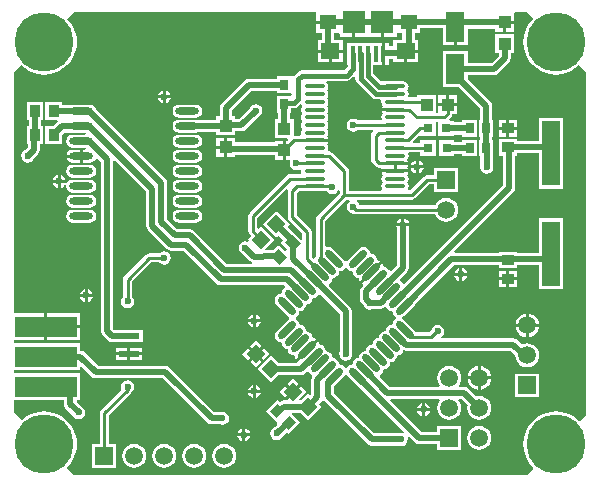
<source format=gbl>
G04*
G04 #@! TF.GenerationSoftware,Altium Limited,Altium Designer,19.0.15 (446)*
G04*
G04 Layer_Physical_Order=2*
G04 Layer_Color=16711680*
%FSLAX25Y25*%
%MOIN*%
G70*
G01*
G75*
%ADD12C,0.01000*%
%ADD31R,0.03937X0.03543*%
%ADD37R,0.03150X0.03150*%
%ADD40R,0.04331X0.04331*%
%ADD43C,0.02000*%
%ADD44C,0.05906*%
%ADD45R,0.05906X0.05906*%
%ADD46R,0.05906X0.05906*%
%ADD47C,0.19685*%
%ADD48C,0.02362*%
%ADD49R,0.21000X0.07000*%
G04:AMPARAMS|DCode=50|XSize=35.43mil|YSize=31.5mil|CornerRadius=0mil|HoleSize=0mil|Usage=FLASHONLY|Rotation=225.000|XOffset=0mil|YOffset=0mil|HoleType=Round|Shape=Rectangle|*
%AMROTATEDRECTD50*
4,1,4,0.00139,0.02366,0.02366,0.00139,-0.00139,-0.02366,-0.02366,-0.00139,0.00139,0.02366,0.0*
%
%ADD50ROTATEDRECTD50*%

%ADD51P,0.06125X4X270.0*%
%ADD52P,0.06125X4X360.0*%
G04:AMPARAMS|DCode=53|XSize=39.37mil|YSize=35.43mil|CornerRadius=0mil|HoleSize=0mil|Usage=FLASHONLY|Rotation=135.000|XOffset=0mil|YOffset=0mil|HoleType=Round|Shape=Rectangle|*
%AMROTATEDRECTD53*
4,1,4,0.02645,-0.00139,0.00139,-0.02645,-0.02645,0.00139,-0.00139,0.02645,0.02645,-0.00139,0.0*
%
%ADD53ROTATEDRECTD53*%

%ADD54R,0.02756X0.03740*%
%ADD55R,0.03543X0.03937*%
%ADD56O,0.07874X0.02362*%
%ADD57O,0.07087X0.01378*%
%ADD58R,0.06299X0.10236*%
%ADD59R,0.04331X0.04331*%
%ADD60R,0.02756X0.03543*%
%ADD61R,0.06693X0.01968*%
%ADD62R,0.07087X0.01968*%
%ADD63R,0.05906X0.21654*%
G04:AMPARAMS|DCode=64|XSize=23.62mil|YSize=76.77mil|CornerRadius=0mil|HoleSize=0mil|Usage=FLASHONLY|Rotation=225.000|XOffset=0mil|YOffset=0mil|HoleType=Round|Shape=Round|*
%AMOVALD64*
21,1,0.05315,0.02362,0.00000,0.00000,315.0*
1,1,0.02362,-0.01879,0.01879*
1,1,0.02362,0.01879,-0.01879*
%
%ADD64OVALD64*%

G04:AMPARAMS|DCode=65|XSize=23.62mil|YSize=76.77mil|CornerRadius=0mil|HoleSize=0mil|Usage=FLASHONLY|Rotation=135.000|XOffset=0mil|YOffset=0mil|HoleType=Round|Shape=Round|*
%AMOVALD65*
21,1,0.05315,0.02362,0.00000,0.00000,225.0*
1,1,0.02362,0.01879,0.01879*
1,1,0.02362,-0.01879,-0.01879*
%
%ADD65OVALD65*%

%ADD66R,0.03150X0.03150*%
%ADD67R,0.01575X0.05315*%
%ADD68R,0.06299X0.05512*%
%ADD69R,0.05709X0.05118*%
%ADD70R,0.07480X0.07480*%
%ADD71C,0.01500*%
G36*
X289818Y422879D02*
X289809Y422690D01*
X288701Y421393D01*
X287809Y419938D01*
X287156Y418361D01*
X286758Y416701D01*
X286624Y415000D01*
X286758Y413299D01*
X287156Y411639D01*
X287809Y410062D01*
X288701Y408607D01*
X289809Y407309D01*
X291107Y406201D01*
X292562Y405309D01*
X294139Y404656D01*
X295799Y404258D01*
X297500Y404124D01*
X299201Y404258D01*
X300861Y404656D01*
X302438Y405309D01*
X303893Y406201D01*
X305086Y407220D01*
X307499Y404745D01*
X307499Y290513D01*
X305698Y288665D01*
X305198Y288681D01*
X305190Y288690D01*
X303893Y289799D01*
X302438Y290691D01*
X300861Y291344D01*
X299201Y291742D01*
X297500Y291876D01*
X295799Y291742D01*
X294139Y291344D01*
X292562Y290691D01*
X291107Y289799D01*
X289809Y288690D01*
X288701Y287393D01*
X287809Y285938D01*
X287156Y284361D01*
X286758Y282701D01*
X286624Y281000D01*
X286758Y279299D01*
X287156Y277639D01*
X287809Y276062D01*
X288701Y274607D01*
X289809Y273309D01*
X290038Y273114D01*
X290061Y272615D01*
X288000Y270500D01*
X137000Y270500D01*
X134672Y272945D01*
X134690Y273309D01*
X135799Y274607D01*
X136691Y276062D01*
X137344Y277639D01*
X137742Y279299D01*
X137876Y281000D01*
X137742Y282701D01*
X137344Y284361D01*
X136691Y285938D01*
X135799Y287393D01*
X134690Y288690D01*
X133393Y289799D01*
X131938Y290691D01*
X130361Y291344D01*
X128701Y291742D01*
X127000Y291876D01*
X125299Y291742D01*
X123639Y291344D01*
X122062Y290691D01*
X120607Y289799D01*
X119511Y288863D01*
X117000Y291500D01*
Y295555D01*
X133430D01*
Y294457D01*
X133585Y293676D01*
X134027Y293015D01*
X136365Y290676D01*
X136371Y290649D01*
X136853Y289928D01*
X137574Y289445D01*
X138425Y289276D01*
X139276Y289445D01*
X139998Y289928D01*
X140480Y290649D01*
X140649Y291500D01*
X140480Y292351D01*
X139998Y293073D01*
X139276Y293555D01*
X139249Y293560D01*
X137754Y295055D01*
X137961Y295555D01*
X139000D01*
Y304555D01*
X117000D01*
Y305555D01*
X139000D01*
Y306562D01*
X139462Y306753D01*
X142657Y303558D01*
X143319Y303116D01*
X144099Y302961D01*
X166479D01*
X181334Y288105D01*
X181996Y287663D01*
X182776Y287508D01*
X182776Y287508D01*
X185480D01*
X185503Y287493D01*
X186354Y287323D01*
X187205Y287493D01*
X187927Y287975D01*
X188409Y288696D01*
X188578Y289547D01*
X188409Y290398D01*
X187927Y291120D01*
X187205Y291602D01*
X186354Y291771D01*
X185503Y291602D01*
X185480Y291586D01*
X183621D01*
X168765Y306442D01*
X168104Y306884D01*
X167324Y307039D01*
X144944D01*
X140486Y311497D01*
X139825Y311939D01*
X139044Y312094D01*
X139000D01*
Y314555D01*
X117000D01*
Y315555D01*
X127000D01*
Y320055D01*
Y324555D01*
X117000D01*
Y405000D01*
X118966Y406966D01*
X119309Y407309D01*
X120607Y406201D01*
X122062Y405309D01*
X123639Y404656D01*
X125299Y404258D01*
X127000Y404124D01*
X128701Y404258D01*
X130361Y404656D01*
X131938Y405309D01*
X133393Y406201D01*
X134690Y407309D01*
X135799Y408607D01*
X136691Y410062D01*
X137344Y411639D01*
X137742Y413299D01*
X137876Y415000D01*
X137742Y416701D01*
X137344Y418361D01*
X136691Y419938D01*
X135799Y421393D01*
X134690Y422690D01*
X135044Y423044D01*
X137000Y425000D01*
X217602D01*
Y422031D01*
X221457D01*
Y421032D01*
X217602D01*
Y417973D01*
X219418D01*
Y415642D01*
X218193D01*
Y412386D01*
X226492D01*
Y415642D01*
X223496D01*
Y417973D01*
X225311D01*
X225476Y417541D01*
Y416791D01*
X229716D01*
Y421531D01*
X230716D01*
Y416791D01*
X239165D01*
Y421531D01*
X240165D01*
Y416791D01*
X244406D01*
Y417541D01*
X244571Y417973D01*
X246386D01*
Y415642D01*
X243390D01*
Y413482D01*
X241846D01*
Y414657D01*
X240559D01*
Y411000D01*
Y407342D01*
X241846D01*
Y409404D01*
X243390D01*
Y408130D01*
X247039D01*
Y411886D01*
X247539D01*
Y412386D01*
X251689D01*
Y415642D01*
X250464D01*
Y417973D01*
X252279D01*
Y419492D01*
X259850D01*
Y413969D01*
X263500D01*
Y420087D01*
X264500D01*
Y413969D01*
X268150D01*
Y419425D01*
X277335D01*
Y418299D01*
X280000D01*
Y421464D01*
X280500D01*
Y421965D01*
X283665D01*
Y424630D01*
X283979Y425000D01*
X287750D01*
X289818Y422879D01*
D02*
G37*
%LPC*%
G36*
X283665Y420964D02*
X281000D01*
Y418299D01*
X283665D01*
Y420964D01*
D02*
G37*
G36*
X251689Y411386D02*
X248039D01*
Y408130D01*
X251689D01*
Y411386D01*
D02*
G37*
G36*
X226492Y411386D02*
X222843D01*
Y408130D01*
X226492D01*
Y411386D01*
D02*
G37*
G36*
X221843D02*
X218193D01*
Y408130D01*
X221843D01*
Y411386D01*
D02*
G37*
G36*
X283665Y417543D02*
X277335D01*
Y411213D01*
X278461D01*
Y410345D01*
X276069Y407953D01*
X268150D01*
Y412032D01*
X259850D01*
Y399795D01*
X265266D01*
X272217Y392844D01*
Y388921D01*
X271878D01*
Y383378D01*
X272217D01*
Y382421D01*
X271878D01*
Y376878D01*
X272392D01*
Y373854D01*
X272276Y373275D01*
X272445Y372424D01*
X272927Y371702D01*
X273649Y371220D01*
X274500Y371051D01*
X275351Y371220D01*
X276073Y371702D01*
X276555Y372424D01*
X276724Y373275D01*
X276555Y374126D01*
X276470Y374252D01*
Y376878D01*
X276634D01*
Y382421D01*
X276295D01*
Y383378D01*
X276634D01*
Y388921D01*
X276295D01*
Y393689D01*
X276140Y394469D01*
X275698Y395131D01*
X268150Y402679D01*
Y403874D01*
X276913D01*
X277694Y404029D01*
X278355Y404471D01*
X281942Y408058D01*
X282384Y408720D01*
X282539Y409500D01*
Y411213D01*
X283665D01*
Y417543D01*
D02*
G37*
G36*
X167500Y398812D02*
Y397187D01*
X169124D01*
X169054Y397538D01*
X168572Y398260D01*
X167851Y398742D01*
X167500Y398812D01*
D02*
G37*
G36*
X166500D02*
X166149Y398742D01*
X165427Y398260D01*
X164945Y397538D01*
X164876Y397187D01*
X166500D01*
Y398812D01*
D02*
G37*
G36*
X169124Y396187D02*
X167500D01*
Y394563D01*
X167851Y394633D01*
X168572Y395115D01*
X169054Y395836D01*
X169124Y396187D01*
D02*
G37*
G36*
X166500D02*
X164876D01*
X164945Y395836D01*
X165427Y395115D01*
X166149Y394633D01*
X166500Y394563D01*
Y396187D01*
D02*
G37*
G36*
X264709Y397165D02*
X262043D01*
Y394500D01*
X264709D01*
Y397165D01*
D02*
G37*
G36*
X261043D02*
X258378D01*
Y394500D01*
X261043D01*
Y397165D01*
D02*
G37*
G36*
X177472Y394123D02*
X171961D01*
X171110Y393953D01*
X170388Y393471D01*
X169906Y392750D01*
X169737Y391899D01*
X169906Y391048D01*
X170388Y390326D01*
X171110Y389844D01*
X171961Y389675D01*
X177472D01*
X178323Y389844D01*
X179045Y390326D01*
X179527Y391048D01*
X179696Y391899D01*
X179527Y392750D01*
X179045Y393471D01*
X178323Y393953D01*
X177472Y394123D01*
D02*
G37*
G36*
X239559Y414657D02*
X228035D01*
Y407342D01*
X228076D01*
Y406599D01*
X227046Y405570D01*
X212785D01*
X212103Y405434D01*
X211524Y405047D01*
X211524Y405047D01*
X210238Y403762D01*
X210137Y403610D01*
X209458Y403478D01*
X209378Y403532D01*
Y403618D01*
X204622D01*
Y402787D01*
X195248D01*
X194468Y402632D01*
X193806Y402190D01*
X186058Y394442D01*
X185616Y393780D01*
X185461Y393000D01*
Y390209D01*
X184335D01*
Y389007D01*
X178052D01*
X177472Y389123D01*
X171961D01*
X171110Y388953D01*
X170388Y388471D01*
X169906Y387750D01*
X169737Y386899D01*
X169906Y386048D01*
X170388Y385326D01*
X171110Y384844D01*
X171961Y384675D01*
X177472D01*
X178323Y384844D01*
X178450Y384929D01*
X184335D01*
Y383878D01*
X190665D01*
Y385177D01*
X192665D01*
X193446Y385333D01*
X194107Y385775D01*
X198324Y389991D01*
X198351Y389997D01*
X199073Y390479D01*
X199555Y391200D01*
X199724Y392051D01*
X199555Y392902D01*
X199073Y393624D01*
X198351Y394106D01*
X197500Y394275D01*
X196649Y394106D01*
X195928Y393624D01*
X195446Y392902D01*
X195440Y392875D01*
X191821Y389256D01*
X190665D01*
Y390209D01*
X189539D01*
Y392155D01*
X196093Y398709D01*
X204622D01*
Y397878D01*
X209216D01*
X209378Y397878D01*
X209716Y397518D01*
Y397482D01*
X209378Y397122D01*
X204622D01*
Y391382D01*
X204961D01*
Y389209D01*
X203835D01*
Y382878D01*
X207951D01*
X208161Y382401D01*
X207937Y382122D01*
X207500D01*
Y378957D01*
Y375791D01*
X208710D01*
X208884Y375466D01*
X208934Y375291D01*
X208776Y374500D01*
X208945Y373649D01*
X209427Y372927D01*
X210149Y372445D01*
X211000Y372276D01*
X211851Y372445D01*
X212161Y372653D01*
X212611Y372352D01*
X212538Y371984D01*
X212643Y371455D01*
X212361Y370955D01*
X208925D01*
X208340Y370838D01*
X207844Y370507D01*
X195419Y358081D01*
X195087Y357585D01*
X194971Y357000D01*
Y351958D01*
X195087Y351373D01*
X195419Y350876D01*
X196017Y350278D01*
X194860Y349121D01*
X195160Y348822D01*
X194851Y348427D01*
X194000Y348596D01*
X193149Y348427D01*
X192428Y347944D01*
X191946Y347223D01*
X191776Y346372D01*
X191946Y345521D01*
X192428Y344799D01*
X193149Y344318D01*
X193176Y344312D01*
X195515Y341974D01*
X196176Y341532D01*
X196366Y341494D01*
X196317Y340994D01*
X187890D01*
X176942Y351942D01*
X176280Y352384D01*
X175500Y352539D01*
X171345D01*
X168039Y355845D01*
Y367938D01*
X167884Y368718D01*
X167442Y369380D01*
X144099Y392723D01*
X144094Y392750D01*
X143612Y393471D01*
X142890Y393953D01*
X142039Y394123D01*
X136528D01*
X135677Y393953D01*
X135653Y393938D01*
X132921D01*
Y394867D01*
X127378D01*
Y388930D01*
X131383D01*
X131535Y388430D01*
X131297Y388271D01*
X130037Y387012D01*
X127378D01*
Y381075D01*
X132921D01*
Y384128D01*
X133583Y384790D01*
X135948D01*
X136528Y384675D01*
X140966D01*
X141001Y384623D01*
X140734Y384122D01*
X136528D01*
X135677Y383953D01*
X134955Y383471D01*
X134473Y382750D01*
X134304Y381899D01*
X134473Y381048D01*
X134955Y380326D01*
X135677Y379844D01*
X136528Y379675D01*
X140966D01*
X141001Y379623D01*
X140734Y379122D01*
X139783D01*
Y376899D01*
Y374675D01*
X142039D01*
X142890Y374844D01*
X143612Y375326D01*
X144094Y376048D01*
X144142Y376289D01*
X144620Y376434D01*
X145961Y375093D01*
Y318500D01*
X146116Y317720D01*
X146558Y317058D01*
X148090Y315527D01*
X148751Y315085D01*
X149531Y314929D01*
X155220D01*
X155299Y314914D01*
X155575Y314968D01*
X159843D01*
Y318937D01*
X155639D01*
X155283Y319008D01*
X150376D01*
X150039Y319345D01*
Y375308D01*
X150539Y375515D01*
X160961Y365093D01*
Y353757D01*
X161116Y352977D01*
X161558Y352315D01*
X167937Y345937D01*
X168598Y345495D01*
X169379Y345339D01*
X169379Y345339D01*
X173534D01*
X184361Y334513D01*
X184361Y334513D01*
X185022Y334071D01*
X185803Y333915D01*
X185803Y333915D01*
X206824D01*
X207177Y333525D01*
X207100Y333022D01*
X206641Y332715D01*
X206159Y331994D01*
X206087Y331629D01*
X205987Y331142D01*
X205500Y331043D01*
X205136Y330970D01*
X204414Y330488D01*
X203932Y329767D01*
X203763Y328916D01*
X203932Y328065D01*
X204414Y327343D01*
X208172Y323585D01*
X208598Y323301D01*
Y322699D01*
X208172Y322415D01*
X204414Y318657D01*
X203932Y317935D01*
X203763Y317084D01*
X203932Y316233D01*
X204414Y315512D01*
X205136Y315030D01*
X205500Y314957D01*
X205987Y314858D01*
X206087Y314370D01*
X206159Y314006D01*
X206641Y313285D01*
X207363Y312803D01*
X207727Y312730D01*
X208214Y312631D01*
X208314Y312143D01*
X208386Y311779D01*
X208868Y311057D01*
X209590Y310576D01*
X209954Y310503D01*
X210441Y310403D01*
X210541Y309916D01*
X210613Y309552D01*
X210812Y309254D01*
X214194Y312636D01*
X217575Y316017D01*
X217277Y316216D01*
X216913Y316288D01*
X216426Y316388D01*
X216326Y316875D01*
X216254Y317239D01*
X215772Y317961D01*
X215050Y318443D01*
X214686Y318515D01*
X214198Y318615D01*
X214099Y319102D01*
X214026Y319466D01*
X213544Y320188D01*
X212823Y320670D01*
X212459Y320742D01*
X211971Y320842D01*
X211872Y321329D01*
X211799Y321693D01*
X211317Y322415D01*
X210892Y322699D01*
Y323301D01*
X211317Y323585D01*
X211799Y324307D01*
X211872Y324671D01*
X211971Y325158D01*
X212459Y325258D01*
X212823Y325330D01*
X213544Y325812D01*
X214026Y326534D01*
X214099Y326898D01*
X214198Y327385D01*
X214686Y327485D01*
X215050Y327557D01*
X215772Y328039D01*
X216254Y328761D01*
X216326Y329125D01*
X216426Y329612D01*
X216913Y329712D01*
X217277Y329784D01*
X217999Y330266D01*
X218344Y330784D01*
X218934Y330901D01*
X225461Y324375D01*
Y311874D01*
X225445Y311851D01*
X225276Y311000D01*
X225445Y310149D01*
X225927Y309427D01*
X226649Y308945D01*
X227500Y308776D01*
X228351Y308945D01*
X229072Y309427D01*
X229555Y310149D01*
X229724Y311000D01*
X229555Y311851D01*
X229539Y311874D01*
Y325219D01*
X229384Y326000D01*
X228942Y326661D01*
X221818Y333785D01*
X221935Y334375D01*
X222453Y334721D01*
X222935Y335442D01*
X223007Y335806D01*
X223107Y336294D01*
X223594Y336393D01*
X223958Y336466D01*
X224680Y336948D01*
X225162Y337669D01*
X225235Y338034D01*
X225334Y338521D01*
X225821Y338620D01*
X226186Y338693D01*
X226907Y339175D01*
X227191Y339600D01*
X227793D01*
X228077Y339175D01*
X228799Y338693D01*
X229163Y338620D01*
X229650Y338521D01*
X229750Y338034D01*
X229822Y337669D01*
X230304Y336948D01*
X231026Y336466D01*
X231390Y336393D01*
X231877Y336294D01*
X231977Y335806D01*
X232049Y335442D01*
X232248Y335144D01*
X235629Y338526D01*
X239011Y341907D01*
X238713Y342106D01*
X238349Y342178D01*
X237861Y342278D01*
X237762Y342765D01*
X237689Y343129D01*
X237208Y343851D01*
X236486Y344333D01*
X236122Y344405D01*
X235634Y344505D01*
X235535Y344992D01*
X235462Y345356D01*
X234980Y346078D01*
X234259Y346560D01*
X233408Y346729D01*
X232557Y346560D01*
X231835Y346078D01*
X228077Y342320D01*
X227793Y341894D01*
X227191D01*
X226907Y342320D01*
X223149Y346078D01*
X222427Y346560D01*
X221576Y346729D01*
X221125Y346639D01*
X220625Y347048D01*
Y355368D01*
X227634Y362377D01*
X228731D01*
X228883Y361877D01*
X228428Y361573D01*
X227945Y360851D01*
X227776Y360000D01*
X227945Y359149D01*
X228428Y358428D01*
X229149Y357945D01*
X230000Y357776D01*
X230101Y357796D01*
X230415Y357587D01*
X231000Y357471D01*
X257308D01*
X257500Y357007D01*
X258134Y356181D01*
X258959Y355547D01*
X259921Y355149D01*
X260953Y355013D01*
X261985Y355149D01*
X262946Y355547D01*
X263772Y356181D01*
X264405Y357007D01*
X264804Y357968D01*
X264940Y359000D01*
X264804Y360032D01*
X264405Y360993D01*
X263772Y361819D01*
X262946Y362453D01*
X261985Y362851D01*
X260953Y362987D01*
X259921Y362851D01*
X258959Y362453D01*
X258134Y361819D01*
X257500Y360993D01*
X257308Y360529D01*
X232119D01*
X232055Y360851D01*
X231573Y361573D01*
X231117Y361877D01*
X231269Y362377D01*
X249446D01*
X250031Y362493D01*
X250527Y362825D01*
X255173Y367471D01*
X257000D01*
Y365047D01*
X264906D01*
Y372953D01*
X257000D01*
Y370529D01*
X254539D01*
X253954Y370413D01*
X253458Y370081D01*
X248875Y365498D01*
X248393Y365543D01*
X248175Y365973D01*
X248331Y366207D01*
X248462Y366866D01*
X248331Y367525D01*
X248179Y367754D01*
X247988Y368146D01*
X248179Y368538D01*
X248331Y368766D01*
X248462Y369425D01*
X248331Y370084D01*
X248179Y370313D01*
X247988Y370705D01*
X248179Y371097D01*
X248331Y371325D01*
X248363Y371484D01*
X243886D01*
X239409D01*
X239440Y371325D01*
X239593Y371097D01*
X239784Y370705D01*
X239593Y370313D01*
X239440Y370084D01*
X239309Y369425D01*
X239440Y368766D01*
X239593Y368538D01*
X239784Y368146D01*
X239593Y367754D01*
X239440Y367525D01*
X239309Y366866D01*
X239440Y366207D01*
X239622Y365936D01*
X239355Y365436D01*
X228529D01*
Y372000D01*
X228413Y372585D01*
X228081Y373081D01*
X223051Y378112D01*
X222555Y378443D01*
X221970Y378559D01*
X221794D01*
X221612Y378899D01*
X221571Y379060D01*
X221691Y379661D01*
X221560Y380320D01*
X221407Y380549D01*
X221216Y380941D01*
X221407Y381333D01*
X221560Y381561D01*
X221591Y381720D01*
X217114D01*
Y382720D01*
X221591D01*
X221560Y382879D01*
X221407Y383108D01*
X221216Y383500D01*
X221407Y383892D01*
X221560Y384120D01*
X221691Y384780D01*
X221560Y385438D01*
X221407Y385667D01*
X221216Y386059D01*
X221407Y386451D01*
X221560Y386680D01*
X221691Y387339D01*
X221560Y387998D01*
X221407Y388226D01*
X221216Y388618D01*
X221407Y389010D01*
X221560Y389239D01*
X221691Y389898D01*
X221560Y390557D01*
X221407Y390785D01*
X221216Y391177D01*
X221407Y391569D01*
X221560Y391798D01*
X221691Y392457D01*
X221560Y393116D01*
X221407Y393344D01*
X221216Y393736D01*
X221407Y394128D01*
X221560Y394357D01*
X221691Y395016D01*
X221560Y395675D01*
X221407Y395903D01*
X221216Y396295D01*
X221407Y396687D01*
X221560Y396916D01*
X221691Y397575D01*
X221560Y398234D01*
X221407Y398462D01*
X221216Y398854D01*
X221407Y399246D01*
X221560Y399475D01*
X221691Y400134D01*
X221560Y400793D01*
X221186Y401351D01*
X220962Y401501D01*
X221114Y402001D01*
X227785D01*
X228468Y402137D01*
X229047Y402524D01*
X230165Y403642D01*
X230627Y403450D01*
Y402750D01*
X230763Y402067D01*
X231150Y401488D01*
X236295Y396343D01*
X236295Y396343D01*
X236874Y395956D01*
X237557Y395820D01*
X238982D01*
X239370Y395320D01*
X239309Y395016D01*
X239440Y394357D01*
X239593Y394128D01*
X239784Y393736D01*
X239593Y393344D01*
X239440Y393116D01*
X239409Y392957D01*
X243886D01*
Y391957D01*
X239409D01*
X239440Y391798D01*
X239593Y391569D01*
X239784Y391177D01*
X239593Y390785D01*
X239440Y390557D01*
X239309Y389898D01*
X239426Y389312D01*
X239240Y388863D01*
X239212Y388812D01*
X231553D01*
X230851Y389281D01*
X230000Y389450D01*
X229149Y389281D01*
X228428Y388799D01*
X227945Y388077D01*
X227776Y387226D01*
X227945Y386375D01*
X228428Y385654D01*
X229149Y385172D01*
X230000Y385002D01*
X230851Y385172D01*
X231573Y385654D01*
X231639Y385753D01*
X236596D01*
X236788Y385291D01*
X236328Y384831D01*
X235997Y384335D01*
X235880Y383750D01*
Y375765D01*
X235997Y375180D01*
X236328Y374684D01*
X237550Y373462D01*
X238046Y373130D01*
X238632Y373014D01*
X239133D01*
X239415Y372514D01*
X239409Y372484D01*
X243886D01*
X248363D01*
X248331Y372643D01*
X248179Y372872D01*
X247988Y373264D01*
X248179Y373656D01*
X248331Y373884D01*
X248363Y374043D01*
X243886D01*
Y375043D01*
X248363D01*
X248331Y375202D01*
X247958Y375761D01*
Y375885D01*
X248331Y376443D01*
X248462Y377102D01*
X248357Y377632D01*
X248639Y378132D01*
X252276D01*
Y377075D01*
X257425D01*
Y382224D01*
X252276D01*
Y381191D01*
X250061D01*
X249854Y381691D01*
X252010Y383848D01*
X252472Y383656D01*
Y383575D01*
X257622D01*
Y388368D01*
X258378D01*
Y383575D01*
X263528D01*
Y384110D01*
X266366D01*
Y383378D01*
X271122D01*
Y388921D01*
X266366D01*
Y388189D01*
X263528D01*
Y388724D01*
X262094D01*
X261887Y389224D01*
X262625Y389962D01*
X262956Y390458D01*
X263031Y390835D01*
X264709D01*
Y393500D01*
X261543D01*
X258378D01*
Y391427D01*
X257622D01*
Y397165D01*
X251291D01*
Y396545D01*
X248639D01*
X248357Y397045D01*
X248462Y397575D01*
X248331Y398234D01*
X248179Y398462D01*
X247988Y398854D01*
X248179Y399246D01*
X248331Y399475D01*
X248462Y400134D01*
X248331Y400793D01*
X247958Y401351D01*
X247399Y401725D01*
X246740Y401856D01*
X244199D01*
X243886Y401918D01*
X243737Y401889D01*
X239332D01*
X236696Y404525D01*
Y407342D01*
X239559D01*
Y411000D01*
Y414657D01*
D02*
G37*
G36*
X284469Y388921D02*
X282000D01*
Y386650D01*
X284469D01*
Y388921D01*
D02*
G37*
G36*
X281000D02*
X278532D01*
Y386650D01*
X281000D01*
Y388921D01*
D02*
G37*
G36*
X284469Y385650D02*
X282000D01*
Y383378D01*
X284469D01*
Y385650D01*
D02*
G37*
G36*
X281000D02*
X278532D01*
Y383378D01*
X281000D01*
Y385650D01*
D02*
G37*
G36*
X299953Y389721D02*
X292047D01*
Y381890D01*
X284469D01*
Y382622D01*
X278532D01*
Y377079D01*
X279961D01*
Y367217D01*
X247052Y334308D01*
X246462Y334425D01*
X246116Y334942D01*
X245598Y335288D01*
X245481Y335878D01*
X247942Y338339D01*
X248384Y339000D01*
X248539Y339781D01*
X248539Y339781D01*
Y353126D01*
X248555Y353149D01*
X248624Y353500D01*
X244376D01*
X244445Y353149D01*
X244461Y353126D01*
Y340625D01*
X242597Y338762D01*
X242007Y338879D01*
X241662Y339397D01*
X240940Y339879D01*
X240576Y339951D01*
X240089Y340051D01*
X239989Y340538D01*
X239917Y340902D01*
X239718Y341200D01*
X236336Y337819D01*
X232955Y334437D01*
X233108Y334335D01*
X233248Y333769D01*
X232807Y333328D01*
X232365Y332667D01*
X232210Y331886D01*
Y329251D01*
X232365Y328470D01*
X232807Y327809D01*
X233440Y327176D01*
X233445Y327149D01*
X233927Y326428D01*
X234649Y325945D01*
X235500Y325776D01*
X236351Y325945D01*
X236478Y326030D01*
X239145D01*
X239925Y326185D01*
X240448Y326535D01*
X240590Y326534D01*
X240898Y326468D01*
X241055Y326388D01*
X241440Y325812D01*
X242161Y325330D01*
X242526Y325258D01*
X243013Y325158D01*
X243112Y324671D01*
X243185Y324307D01*
X243667Y323585D01*
X244092Y323301D01*
Y322699D01*
X243667Y322415D01*
X243185Y321693D01*
X243112Y321329D01*
X243013Y320842D01*
X242526Y320742D01*
X242161Y320670D01*
X241440Y320188D01*
X240958Y319466D01*
X240885Y319102D01*
X240786Y318615D01*
X240299Y318515D01*
X239934Y318443D01*
X239213Y317961D01*
X238731Y317239D01*
X238658Y316875D01*
X238559Y316388D01*
X238071Y316288D01*
X237707Y316216D01*
X236986Y315734D01*
X236504Y315012D01*
X236431Y314648D01*
X236332Y314161D01*
X235844Y314061D01*
X235480Y313989D01*
X234758Y313507D01*
X234276Y312785D01*
X234204Y312421D01*
X234104Y311933D01*
X233617Y311834D01*
X233253Y311761D01*
X232531Y311279D01*
X232049Y310558D01*
X231977Y310194D01*
X231877Y309706D01*
X231390Y309607D01*
X231026Y309534D01*
X230304Y309052D01*
X229822Y308331D01*
X229750Y307966D01*
X229650Y307479D01*
X229163Y307380D01*
X228799Y307307D01*
X228077Y306825D01*
X227793Y306400D01*
X227191D01*
X226907Y306825D01*
X226186Y307307D01*
X225821Y307380D01*
X225334Y307479D01*
X225235Y307966D01*
X225162Y308331D01*
X224680Y309052D01*
X223958Y309534D01*
X223594Y309607D01*
X223107Y309706D01*
X223007Y310194D01*
X222935Y310558D01*
X222453Y311279D01*
X221731Y311761D01*
X221367Y311834D01*
X220880Y311933D01*
X220780Y312421D01*
X220708Y312785D01*
X220226Y313507D01*
X219504Y313989D01*
X219140Y314061D01*
X218653Y314161D01*
X218553Y314648D01*
X218481Y315012D01*
X218282Y315310D01*
X214901Y311929D01*
X211519Y308547D01*
X211540Y308534D01*
X211388Y308034D01*
X204943D01*
X202505Y310471D01*
X198029Y305995D01*
X202505Y301518D01*
X204943Y303955D01*
X212616D01*
X213396Y304111D01*
X214058Y304553D01*
X214598Y305093D01*
X215165Y304952D01*
X215550Y304376D01*
X216136Y303984D01*
X216314Y303508D01*
X216329Y303373D01*
X216116Y303055D01*
X215961Y302274D01*
Y297500D01*
X215497Y297256D01*
X214848Y297906D01*
X212457Y295514D01*
X212102Y295554D01*
X211913Y296040D01*
X214314Y298440D01*
X212429Y300325D01*
X210191Y298087D01*
X207754Y295651D01*
X207679Y295468D01*
X206845D01*
X206064Y295313D01*
X205490Y294930D01*
X204691Y295729D01*
X200771Y291810D01*
X204412Y288168D01*
Y288168D01*
X204647Y287933D01*
Y287433D01*
X203799Y286584D01*
X203649Y286555D01*
X202927Y286072D01*
X202446Y285351D01*
X202276Y284500D01*
X202446Y283649D01*
X202927Y282927D01*
X203649Y282445D01*
X204500Y282276D01*
X205351Y282445D01*
X206072Y282927D01*
X206401Y283419D01*
X207781Y284799D01*
X208310Y284271D01*
X212229Y288191D01*
X209492Y290928D01*
X209683Y291390D01*
X212411D01*
X214848Y288953D01*
X219324Y293429D01*
X218569Y294185D01*
X219442Y295058D01*
X219680Y295414D01*
X219769Y295457D01*
X220304Y295465D01*
X234711Y281058D01*
X235372Y280616D01*
X236153Y280461D01*
X245126D01*
X245149Y280445D01*
X246000Y280276D01*
X246851Y280445D01*
X247572Y280927D01*
X248055Y281649D01*
X248224Y282500D01*
X248078Y283233D01*
X248495Y283524D01*
X250460Y281558D01*
X251122Y281116D01*
X251902Y280961D01*
X258047D01*
Y279047D01*
X265953D01*
Y286953D01*
X258047D01*
Y285039D01*
X252747D01*
X242240Y295546D01*
X242431Y296008D01*
X258696D01*
X258942Y295508D01*
X258547Y294993D01*
X258149Y294032D01*
X258013Y293000D01*
X258149Y291968D01*
X258547Y291007D01*
X259181Y290181D01*
X260007Y289547D01*
X260968Y289149D01*
X262000Y289013D01*
X263032Y289149D01*
X263993Y289547D01*
X264819Y290181D01*
X265453Y291007D01*
X265851Y291968D01*
X265987Y293000D01*
X265851Y294032D01*
X265453Y294993D01*
X265058Y295508D01*
X265304Y296008D01*
X266108D01*
X268142Y293975D01*
X268013Y293000D01*
X268149Y291968D01*
X268547Y291007D01*
X269181Y290181D01*
X270007Y289547D01*
X270968Y289149D01*
X272000Y289013D01*
X273032Y289149D01*
X273993Y289547D01*
X274819Y290181D01*
X275453Y291007D01*
X275851Y291968D01*
X275987Y293000D01*
X275851Y294032D01*
X275453Y294993D01*
X274819Y295819D01*
X273993Y296453D01*
X273032Y296851D01*
X272000Y296987D01*
X271025Y296859D01*
X268395Y299489D01*
X267733Y299931D01*
X266953Y300086D01*
X265377D01*
X265130Y300586D01*
X265453Y301007D01*
X265851Y301968D01*
X265987Y303000D01*
X265851Y304032D01*
X265453Y304993D01*
X264819Y305819D01*
X263993Y306453D01*
X263032Y306851D01*
X262000Y306987D01*
X260968Y306851D01*
X260007Y306453D01*
X259181Y305819D01*
X258547Y304993D01*
X258149Y304032D01*
X258013Y303000D01*
X258149Y301968D01*
X258547Y301007D01*
X258870Y300586D01*
X258623Y300086D01*
X242154D01*
X238800Y303440D01*
X238917Y304030D01*
X239435Y304376D01*
X239917Y305098D01*
X239989Y305462D01*
X240089Y305949D01*
X240576Y306049D01*
X240940Y306121D01*
X241662Y306603D01*
X242144Y307325D01*
X242216Y307689D01*
X242316Y308176D01*
X242803Y308276D01*
X243167Y308348D01*
X243889Y308830D01*
X244371Y309552D01*
X244443Y309916D01*
X244543Y310403D01*
X245030Y310503D01*
X245394Y310576D01*
X246116Y311057D01*
X246598Y311779D01*
X246672Y312148D01*
X246842Y312219D01*
X247622Y312064D01*
X282495D01*
X284018Y310541D01*
X284013Y310500D01*
X284149Y309468D01*
X284547Y308507D01*
X285181Y307681D01*
X286007Y307047D01*
X286968Y306649D01*
X288000Y306513D01*
X289032Y306649D01*
X289993Y307047D01*
X290819Y307681D01*
X291453Y308507D01*
X291851Y309468D01*
X291987Y310500D01*
X291851Y311532D01*
X291453Y312493D01*
X290819Y313319D01*
X289993Y313953D01*
X289032Y314351D01*
X288000Y314487D01*
X286968Y314351D01*
X286267Y314060D01*
X284782Y315545D01*
X284120Y315987D01*
X283340Y316142D01*
X259446D01*
X259295Y316642D01*
X259721Y316928D01*
X260204Y317649D01*
X260373Y318500D01*
X260204Y319351D01*
X259721Y320073D01*
X259000Y320555D01*
X258149Y320724D01*
X257298Y320555D01*
X256576Y320073D01*
X256094Y319351D01*
X256001Y318884D01*
X255250Y318132D01*
X250920D01*
X250570Y318657D01*
X246812Y322415D01*
X246386Y322699D01*
Y323301D01*
X246812Y323585D01*
X250570Y327343D01*
X251052Y328065D01*
X251058Y328092D01*
X263576Y340610D01*
X278532D01*
Y339492D01*
X284469D01*
Y340610D01*
X292047D01*
Y332602D01*
X299953D01*
Y356256D01*
X292047D01*
Y344689D01*
X284469D01*
Y345035D01*
X278532D01*
Y344689D01*
X263854D01*
X263662Y345151D01*
X283442Y364930D01*
X283884Y365592D01*
X284039Y366372D01*
Y377079D01*
X284469D01*
Y377811D01*
X292047D01*
Y366067D01*
X299953D01*
Y389721D01*
D02*
G37*
G36*
X271122Y382421D02*
X266366D01*
Y381689D01*
X263724D01*
Y382224D01*
X258575D01*
Y377075D01*
X263724D01*
Y377610D01*
X266366D01*
Y376878D01*
X271122D01*
Y382421D01*
D02*
G37*
G36*
X187000Y383122D02*
X184335D01*
Y380457D01*
X187000D01*
Y383122D01*
D02*
G37*
G36*
X177472Y384122D02*
X171961D01*
X171110Y383953D01*
X170388Y383471D01*
X169906Y382750D01*
X169737Y381899D01*
X169906Y381048D01*
X170388Y380326D01*
X171110Y379844D01*
X171961Y379675D01*
X177472D01*
X178323Y379844D01*
X179045Y380326D01*
X179527Y381048D01*
X179696Y381899D01*
X179527Y382750D01*
X179045Y383471D01*
X178323Y383953D01*
X177472Y384122D01*
D02*
G37*
G36*
X138783Y379122D02*
X136528D01*
X135677Y378953D01*
X134955Y378471D01*
X134473Y377750D01*
X134403Y377399D01*
X138783D01*
Y379122D01*
D02*
G37*
G36*
X187000Y379457D02*
X184335D01*
Y376791D01*
X187000D01*
Y379457D01*
D02*
G37*
G36*
X190665Y383122D02*
X188000D01*
Y379957D01*
Y376791D01*
X190665D01*
Y377417D01*
X203835D01*
Y375791D01*
X206500D01*
Y378957D01*
Y382122D01*
X203835D01*
Y381496D01*
X190665D01*
Y383122D01*
D02*
G37*
G36*
X126622Y394867D02*
X121079D01*
Y388930D01*
X121811D01*
Y387012D01*
X121079D01*
Y381075D01*
X121438D01*
Y379920D01*
X120419Y378901D01*
X119928Y378573D01*
X119446Y377851D01*
X119276Y377000D01*
X119446Y376149D01*
X119928Y375428D01*
X120649Y374945D01*
X121500Y374776D01*
X122351Y374945D01*
X123073Y375428D01*
X123555Y376149D01*
X123584Y376298D01*
X124919Y377633D01*
X125361Y378294D01*
X125516Y379075D01*
Y381075D01*
X126622D01*
Y387012D01*
X125890D01*
Y388930D01*
X126622D01*
Y394867D01*
D02*
G37*
G36*
X177472Y379122D02*
X171961D01*
X171110Y378953D01*
X170388Y378471D01*
X169906Y377750D01*
X169737Y376899D01*
X169906Y376048D01*
X170388Y375326D01*
X171110Y374844D01*
X171961Y374675D01*
X177472D01*
X178323Y374844D01*
X179045Y375326D01*
X179527Y376048D01*
X179696Y376899D01*
X179527Y377750D01*
X179045Y378471D01*
X178323Y378953D01*
X177472Y379122D01*
D02*
G37*
G36*
X138783Y376399D02*
X134403D01*
X134473Y376048D01*
X134955Y375326D01*
X135677Y374844D01*
X136528Y374675D01*
X138783D01*
Y376399D01*
D02*
G37*
G36*
X251791Y375468D02*
Y373844D01*
X253416D01*
X253346Y374195D01*
X252864Y374916D01*
X252142Y375398D01*
X251791Y375468D01*
D02*
G37*
G36*
X250791D02*
X250440Y375398D01*
X249719Y374916D01*
X249237Y374195D01*
X249167Y373844D01*
X250791D01*
Y375468D01*
D02*
G37*
G36*
X253416Y372844D02*
X251791D01*
Y371219D01*
X252142Y371289D01*
X252864Y371771D01*
X253346Y372493D01*
X253416Y372844D01*
D02*
G37*
G36*
X250791D02*
X249167D01*
X249237Y372493D01*
X249719Y371771D01*
X250440Y371289D01*
X250791Y371219D01*
Y372844D01*
D02*
G37*
G36*
X177472Y374123D02*
X171961D01*
X171110Y373953D01*
X170388Y373471D01*
X169906Y372750D01*
X169737Y371899D01*
X169906Y371048D01*
X170388Y370326D01*
X171110Y369844D01*
X171961Y369675D01*
X177472D01*
X178323Y369844D01*
X179045Y370326D01*
X179527Y371048D01*
X179696Y371899D01*
X179527Y372750D01*
X179045Y373471D01*
X178323Y373953D01*
X177472Y374123D01*
D02*
G37*
G36*
X142039D02*
X136528D01*
X135677Y373953D01*
X134955Y373471D01*
X134473Y372750D01*
X134304Y371899D01*
X134473Y371048D01*
X134955Y370326D01*
X135677Y369844D01*
X136528Y369675D01*
X142039D01*
X142890Y369844D01*
X143612Y370326D01*
X144094Y371048D01*
X144263Y371899D01*
X144094Y372750D01*
X143612Y373471D01*
X142890Y373953D01*
X142039Y374123D01*
D02*
G37*
G36*
X132438Y370624D02*
Y369000D01*
X134062D01*
X133992Y369351D01*
X133510Y370073D01*
X132789Y370555D01*
X132438Y370624D01*
D02*
G37*
G36*
X131438D02*
X131087Y370555D01*
X130365Y370073D01*
X129883Y369351D01*
X129813Y369000D01*
X131438D01*
Y370624D01*
D02*
G37*
G36*
X142039Y369123D02*
X136528D01*
X135677Y368953D01*
X134955Y368471D01*
X134543Y367854D01*
X134190Y368000D01*
X132438D01*
Y366376D01*
X132789Y366445D01*
X133510Y366928D01*
X133922Y367545D01*
X134393Y367350D01*
X134304Y366899D01*
X134473Y366048D01*
X134955Y365326D01*
X135677Y364844D01*
X136528Y364675D01*
X142039D01*
X142890Y364844D01*
X143612Y365326D01*
X144094Y366048D01*
X144263Y366899D01*
X144094Y367750D01*
X143612Y368471D01*
X142890Y368953D01*
X142039Y369123D01*
D02*
G37*
G36*
X131438Y368000D02*
X129813D01*
X129883Y367649D01*
X130365Y366928D01*
X131087Y366445D01*
X131438Y366376D01*
Y368000D01*
D02*
G37*
G36*
X177472Y369123D02*
X171961D01*
X171110Y368953D01*
X170388Y368471D01*
X169906Y367750D01*
X169737Y366899D01*
X169906Y366048D01*
X170388Y365326D01*
X171110Y364844D01*
X171961Y364675D01*
X177472D01*
X178323Y364844D01*
X179045Y365326D01*
X179527Y366048D01*
X179696Y366899D01*
X179527Y367750D01*
X179045Y368471D01*
X178323Y368953D01*
X177472Y369123D01*
D02*
G37*
G36*
Y364123D02*
X171961D01*
X171110Y363953D01*
X170388Y363471D01*
X169906Y362750D01*
X169737Y361899D01*
X169906Y361048D01*
X170388Y360326D01*
X171110Y359844D01*
X171961Y359675D01*
X177472D01*
X178323Y359844D01*
X179045Y360326D01*
X179527Y361048D01*
X179696Y361899D01*
X179527Y362750D01*
X179045Y363471D01*
X178323Y363953D01*
X177472Y364123D01*
D02*
G37*
G36*
X142039D02*
X136528D01*
X135677Y363953D01*
X134955Y363471D01*
X134473Y362750D01*
X134304Y361899D01*
X134473Y361048D01*
X134955Y360326D01*
X135677Y359844D01*
X136528Y359675D01*
X142039D01*
X142890Y359844D01*
X143612Y360326D01*
X144094Y361048D01*
X144263Y361899D01*
X144094Y362750D01*
X143612Y363471D01*
X142890Y363953D01*
X142039Y364123D01*
D02*
G37*
G36*
X177472Y359122D02*
X171961D01*
X171110Y358953D01*
X170388Y358471D01*
X169906Y357750D01*
X169737Y356899D01*
X169906Y356048D01*
X170388Y355326D01*
X171110Y354844D01*
X171961Y354675D01*
X177472D01*
X178323Y354844D01*
X179045Y355326D01*
X179527Y356048D01*
X179696Y356899D01*
X179527Y357750D01*
X179045Y358471D01*
X178323Y358953D01*
X177472Y359122D01*
D02*
G37*
G36*
X142039D02*
X136528D01*
X135677Y358953D01*
X134955Y358471D01*
X134473Y357750D01*
X134304Y356899D01*
X134473Y356048D01*
X134955Y355326D01*
X135677Y354844D01*
X136528Y354675D01*
X142039D01*
X142890Y354844D01*
X143612Y355326D01*
X144094Y356048D01*
X144263Y356899D01*
X144094Y357750D01*
X143612Y358471D01*
X142890Y358953D01*
X142039Y359122D01*
D02*
G37*
G36*
X247000Y356124D02*
Y354500D01*
X248624D01*
X248555Y354851D01*
X248073Y355573D01*
X247351Y356055D01*
X247000Y356124D01*
D02*
G37*
G36*
X246000D02*
X245649Y356055D01*
X244928Y355573D01*
X244445Y354851D01*
X244376Y354500D01*
X246000D01*
Y356124D01*
D02*
G37*
G36*
X167000Y345224D02*
X166149Y345055D01*
X165427Y344572D01*
X165399Y344529D01*
X162000D01*
X161415Y344413D01*
X160919Y344081D01*
X153655Y336818D01*
X153323Y336321D01*
X153207Y335736D01*
Y330101D01*
X153164Y330072D01*
X152682Y329351D01*
X152512Y328500D01*
X152682Y327649D01*
X153164Y326927D01*
X153885Y326445D01*
X154736Y326276D01*
X155587Y326445D01*
X156309Y326927D01*
X156791Y327649D01*
X156960Y328500D01*
X156791Y329351D01*
X156309Y330072D01*
X156266Y330101D01*
Y335103D01*
X162634Y341471D01*
X165399D01*
X165427Y341427D01*
X166149Y340945D01*
X167000Y340776D01*
X167851Y340945D01*
X168572Y341427D01*
X169054Y342149D01*
X169224Y343000D01*
X169054Y343851D01*
X168572Y344572D01*
X167851Y345055D01*
X167000Y345224D01*
D02*
G37*
G36*
X266351Y339624D02*
Y338000D01*
X267975D01*
X267906Y338351D01*
X267424Y339072D01*
X266702Y339555D01*
X266351Y339624D01*
D02*
G37*
G36*
X265351D02*
X265000Y339555D01*
X264279Y339072D01*
X263796Y338351D01*
X263727Y338000D01*
X265351D01*
Y339624D01*
D02*
G37*
G36*
X284469Y338736D02*
X282000D01*
Y336465D01*
X284469D01*
Y338736D01*
D02*
G37*
G36*
X281000D02*
X278532D01*
Y336465D01*
X281000D01*
Y338736D01*
D02*
G37*
G36*
X267975Y337000D02*
X266351D01*
Y335376D01*
X266702Y335445D01*
X267424Y335928D01*
X267906Y336649D01*
X267975Y337000D01*
D02*
G37*
G36*
X265351D02*
X263727D01*
X263796Y336649D01*
X264279Y335928D01*
X265000Y335445D01*
X265351Y335376D01*
Y337000D01*
D02*
G37*
G36*
X284469Y335465D02*
X282000D01*
Y333193D01*
X284469D01*
Y335465D01*
D02*
G37*
G36*
X281000D02*
X278532D01*
Y333193D01*
X281000D01*
Y335465D01*
D02*
G37*
G36*
X141500Y332613D02*
Y330988D01*
X143124D01*
X143054Y331339D01*
X142572Y332061D01*
X141851Y332543D01*
X141500Y332613D01*
D02*
G37*
G36*
X140500D02*
X140149Y332543D01*
X139427Y332061D01*
X138945Y331339D01*
X138876Y330988D01*
X140500D01*
Y332613D01*
D02*
G37*
G36*
X143124Y329988D02*
X141500D01*
Y328364D01*
X141851Y328434D01*
X142572Y328916D01*
X143054Y329637D01*
X143124Y329988D01*
D02*
G37*
G36*
X140500D02*
X138876D01*
X138945Y329637D01*
X139427Y328916D01*
X140149Y328434D01*
X140500Y328364D01*
Y329988D01*
D02*
G37*
G36*
X197500Y324124D02*
Y322500D01*
X199124D01*
X199055Y322851D01*
X198573Y323572D01*
X197851Y324055D01*
X197500Y324124D01*
D02*
G37*
G36*
X196500D02*
X196149Y324055D01*
X195428Y323572D01*
X194946Y322851D01*
X194876Y322500D01*
X196500D01*
Y324124D01*
D02*
G37*
G36*
X288500Y324421D02*
Y321000D01*
X291921D01*
X291851Y321532D01*
X291453Y322493D01*
X290819Y323319D01*
X289993Y323953D01*
X289032Y324351D01*
X288500Y324421D01*
D02*
G37*
G36*
X287500D02*
X286968Y324351D01*
X286007Y323953D01*
X285181Y323319D01*
X284547Y322493D01*
X284149Y321532D01*
X284079Y321000D01*
X287500D01*
Y324421D01*
D02*
G37*
G36*
X139000Y324555D02*
X128000D01*
Y320555D01*
X139000D01*
Y324555D01*
D02*
G37*
G36*
X199124Y321500D02*
X197500D01*
Y319876D01*
X197851Y319945D01*
X198573Y320427D01*
X199055Y321149D01*
X199124Y321500D01*
D02*
G37*
G36*
X196500D02*
X194876D01*
X194946Y321149D01*
X195428Y320427D01*
X196149Y319945D01*
X196500Y319876D01*
Y321500D01*
D02*
G37*
G36*
X291921Y320000D02*
X288500D01*
Y316579D01*
X289032Y316649D01*
X289993Y317047D01*
X290819Y317681D01*
X291453Y318507D01*
X291851Y319468D01*
X291921Y320000D01*
D02*
G37*
G36*
X287500D02*
X284079D01*
X284149Y319468D01*
X284547Y318507D01*
X285181Y317681D01*
X286007Y317047D01*
X286968Y316649D01*
X287500Y316579D01*
Y320000D01*
D02*
G37*
G36*
X139000Y319555D02*
X128000D01*
Y315555D01*
X139000D01*
Y319555D01*
D02*
G37*
G36*
X197494Y315482D02*
X195610Y313597D01*
X197494Y311713D01*
X199379Y313597D01*
X197494Y315482D01*
D02*
G37*
G36*
X159449Y313032D02*
X155602D01*
Y311547D01*
X159449D01*
Y313032D01*
D02*
G37*
G36*
X154602D02*
X150756D01*
Y311547D01*
X154602D01*
Y313032D01*
D02*
G37*
G36*
X194903Y312890D02*
X193018Y311005D01*
X194903Y309121D01*
X196787Y311005D01*
X194903Y312890D01*
D02*
G37*
G36*
X200086D02*
X198202Y311005D01*
X200086Y309121D01*
X201971Y311005D01*
X200086Y312890D01*
D02*
G37*
G36*
X159449Y310547D02*
X155602D01*
Y309063D01*
X159449D01*
Y310547D01*
D02*
G37*
G36*
X154602D02*
X150756D01*
Y309063D01*
X154602D01*
Y310547D01*
D02*
G37*
G36*
X197494Y310298D02*
X195610Y308414D01*
X197494Y306529D01*
X199379Y308414D01*
X197494Y310298D01*
D02*
G37*
G36*
X272500Y306921D02*
Y303500D01*
X275921D01*
X275851Y304032D01*
X275453Y304993D01*
X274819Y305819D01*
X273993Y306453D01*
X273032Y306851D01*
X272500Y306921D01*
D02*
G37*
G36*
X271500D02*
X270968Y306851D01*
X270007Y306453D01*
X269181Y305819D01*
X268547Y304993D01*
X268149Y304032D01*
X268079Y303500D01*
X271500D01*
Y306921D01*
D02*
G37*
G36*
X209837Y302917D02*
X207952Y301032D01*
X209837Y299147D01*
X211722Y301032D01*
X209837Y302917D01*
D02*
G37*
G36*
X275921Y302500D02*
X272500D01*
Y299079D01*
X273032Y299149D01*
X273993Y299547D01*
X274819Y300181D01*
X275453Y301007D01*
X275851Y301968D01*
X275921Y302500D01*
D02*
G37*
G36*
X271500D02*
X268079D01*
X268149Y301968D01*
X268547Y301007D01*
X269181Y300181D01*
X270007Y299547D01*
X270968Y299149D01*
X271500Y299079D01*
Y302500D01*
D02*
G37*
G36*
X197500Y300641D02*
Y299016D01*
X199124D01*
X199055Y299367D01*
X198573Y300089D01*
X197851Y300571D01*
X197500Y300641D01*
D02*
G37*
G36*
X196500D02*
X196149Y300571D01*
X195428Y300089D01*
X194946Y299367D01*
X194876Y299016D01*
X196500D01*
Y300641D01*
D02*
G37*
G36*
X207245Y300325D02*
X205361Y298440D01*
X207245Y296555D01*
X209130Y298440D01*
X207245Y300325D01*
D02*
G37*
G36*
X291953Y304453D02*
X284047D01*
Y296547D01*
X291953D01*
Y304453D01*
D02*
G37*
G36*
X199124Y298016D02*
X197500D01*
Y296392D01*
X197851Y296462D01*
X198573Y296944D01*
X199055Y297665D01*
X199124Y298016D01*
D02*
G37*
G36*
X196500D02*
X194876D01*
X194946Y297665D01*
X195428Y296944D01*
X196149Y296462D01*
X196500Y296392D01*
Y298016D01*
D02*
G37*
G36*
X253916Y294624D02*
Y293000D01*
X255540D01*
X255470Y293351D01*
X254988Y294073D01*
X254267Y294555D01*
X253916Y294624D01*
D02*
G37*
G36*
X252916D02*
X252565Y294555D01*
X251843Y294073D01*
X251361Y293351D01*
X251291Y293000D01*
X252916D01*
Y294624D01*
D02*
G37*
G36*
X255540Y292000D02*
X253916D01*
Y290376D01*
X254267Y290445D01*
X254988Y290928D01*
X255470Y291649D01*
X255540Y292000D01*
D02*
G37*
G36*
X252916D02*
X251291D01*
X251361Y291649D01*
X251843Y290928D01*
X252565Y290445D01*
X252916Y290376D01*
Y292000D01*
D02*
G37*
G36*
X194000Y286197D02*
Y284573D01*
X195624D01*
X195554Y284924D01*
X195072Y285645D01*
X194351Y286127D01*
X194000Y286197D01*
D02*
G37*
G36*
X193000D02*
X192649Y286127D01*
X191928Y285645D01*
X191446Y284924D01*
X191376Y284573D01*
X193000D01*
Y286197D01*
D02*
G37*
G36*
X195624Y283573D02*
X194000D01*
Y281948D01*
X194351Y282018D01*
X195072Y282500D01*
X195554Y283222D01*
X195624Y283573D01*
D02*
G37*
G36*
X193000D02*
X191376D01*
X191446Y283222D01*
X191928Y282500D01*
X192649Y282018D01*
X193000Y281948D01*
Y283573D01*
D02*
G37*
G36*
X272000Y286987D02*
X270968Y286851D01*
X270007Y286453D01*
X269181Y285819D01*
X268547Y284993D01*
X268149Y284032D01*
X268013Y283000D01*
X268149Y281968D01*
X268547Y281007D01*
X269181Y280181D01*
X270007Y279547D01*
X270968Y279149D01*
X272000Y279013D01*
X273032Y279149D01*
X273993Y279547D01*
X274819Y280181D01*
X275453Y281007D01*
X275851Y281968D01*
X275987Y283000D01*
X275851Y284032D01*
X275453Y284993D01*
X274819Y285819D01*
X273993Y286453D01*
X273032Y286851D01*
X272000Y286987D01*
D02*
G37*
G36*
X154736Y302224D02*
X153885Y302055D01*
X153164Y301572D01*
X152682Y300851D01*
X152512Y300000D01*
X152682Y299149D01*
X152707Y299111D01*
X145919Y292322D01*
X145587Y291825D01*
X145471Y291240D01*
Y280953D01*
X143047D01*
Y273047D01*
X150953D01*
Y280953D01*
X148529D01*
Y290607D01*
X155818Y297895D01*
X156064Y298264D01*
X156309Y298428D01*
X156791Y299149D01*
X156960Y300000D01*
X156791Y300851D01*
X156309Y301572D01*
X155587Y302055D01*
X154736Y302224D01*
D02*
G37*
G36*
X187000Y280987D02*
X185968Y280851D01*
X185007Y280453D01*
X184181Y279819D01*
X183547Y278993D01*
X183149Y278032D01*
X183013Y277000D01*
X183149Y275968D01*
X183547Y275007D01*
X184181Y274181D01*
X185007Y273547D01*
X185968Y273149D01*
X187000Y273013D01*
X188032Y273149D01*
X188993Y273547D01*
X189819Y274181D01*
X190453Y275007D01*
X190851Y275968D01*
X190987Y277000D01*
X190851Y278032D01*
X190453Y278993D01*
X189819Y279819D01*
X188993Y280453D01*
X188032Y280851D01*
X187000Y280987D01*
D02*
G37*
G36*
X177000D02*
X175968Y280851D01*
X175007Y280453D01*
X174181Y279819D01*
X173547Y278993D01*
X173149Y278032D01*
X173013Y277000D01*
X173149Y275968D01*
X173547Y275007D01*
X174181Y274181D01*
X175007Y273547D01*
X175968Y273149D01*
X177000Y273013D01*
X178032Y273149D01*
X178993Y273547D01*
X179819Y274181D01*
X180453Y275007D01*
X180851Y275968D01*
X180987Y277000D01*
X180851Y278032D01*
X180453Y278993D01*
X179819Y279819D01*
X178993Y280453D01*
X178032Y280851D01*
X177000Y280987D01*
D02*
G37*
G36*
X167000D02*
X165968Y280851D01*
X165007Y280453D01*
X164181Y279819D01*
X163547Y278993D01*
X163149Y278032D01*
X163013Y277000D01*
X163149Y275968D01*
X163547Y275007D01*
X164181Y274181D01*
X165007Y273547D01*
X165968Y273149D01*
X167000Y273013D01*
X168032Y273149D01*
X168993Y273547D01*
X169819Y274181D01*
X170453Y275007D01*
X170851Y275968D01*
X170987Y277000D01*
X170851Y278032D01*
X170453Y278993D01*
X169819Y279819D01*
X168993Y280453D01*
X168032Y280851D01*
X167000Y280987D01*
D02*
G37*
G36*
X157000D02*
X155968Y280851D01*
X155007Y280453D01*
X154181Y279819D01*
X153547Y278993D01*
X153149Y278032D01*
X153013Y277000D01*
X153149Y275968D01*
X153547Y275007D01*
X154181Y274181D01*
X155007Y273547D01*
X155968Y273149D01*
X157000Y273013D01*
X158032Y273149D01*
X158993Y273547D01*
X159819Y274181D01*
X160453Y275007D01*
X160851Y275968D01*
X160987Y277000D01*
X160851Y278032D01*
X160453Y278993D01*
X159819Y279819D01*
X158993Y280453D01*
X158032Y280851D01*
X157000Y280987D01*
D02*
G37*
%LPD*%
G36*
X212749Y394120D02*
X212978Y393667D01*
X212822Y393344D01*
X212669Y393116D01*
X212538Y392457D01*
X212669Y391798D01*
X212822Y391569D01*
X213012Y391177D01*
X212822Y390785D01*
X212669Y390557D01*
X212538Y389898D01*
X212669Y389239D01*
X212822Y389010D01*
X213012Y388618D01*
X212822Y388226D01*
X212669Y387998D01*
X212538Y387339D01*
X212669Y386680D01*
X212822Y386451D01*
X213012Y386059D01*
X212822Y385667D01*
X212669Y385438D01*
X212538Y384780D01*
X212643Y384250D01*
X212361Y383750D01*
X210264D01*
X210165Y383831D01*
Y389209D01*
X209039D01*
Y391382D01*
X209378D01*
Y392837D01*
X210121D01*
X210804Y392973D01*
X211383Y393360D01*
X212228Y394205D01*
X212749Y394120D01*
D02*
G37*
G36*
X225471Y365373D02*
Y364540D01*
X218014Y357083D01*
X217682Y356587D01*
X217566Y356001D01*
Y343535D01*
X217295Y343129D01*
X217231Y342812D01*
X216689Y342647D01*
X216076Y343260D01*
Y351793D01*
X215960Y352379D01*
X215629Y352875D01*
X211254Y357249D01*
Y364781D01*
X211810Y365337D01*
X213509D01*
X213601Y365275D01*
X214260Y365144D01*
X219969D01*
X220627Y365275D01*
X220687Y365315D01*
X221206Y365259D01*
X221427Y364928D01*
X222149Y364445D01*
X223000Y364276D01*
X223851Y364445D01*
X224572Y364928D01*
X224971Y365523D01*
X225471Y365373D01*
D02*
G37*
G36*
X207801Y365994D02*
X208204Y365456D01*
X208195Y365414D01*
Y356616D01*
X208312Y356031D01*
X208643Y355534D01*
X213018Y351160D01*
Y349229D01*
X212556Y349037D01*
X209681Y351912D01*
X209566Y351798D01*
X208028Y353335D01*
X208824Y354132D01*
X204348Y358608D01*
X199872Y354132D01*
X204348Y349655D01*
X205144Y350452D01*
X206682Y348914D01*
X205761Y347993D01*
X207874Y345880D01*
X207835Y345525D01*
X207349Y345336D01*
X205226Y347458D01*
X203346Y345578D01*
X200924D01*
X200732Y346040D01*
X203814Y349121D01*
X199337Y353597D01*
X198529Y352790D01*
X198029Y352997D01*
Y356366D01*
X207669Y366006D01*
X207801Y365994D01*
D02*
G37*
G36*
X228077Y303680D02*
X231835Y299922D01*
X232557Y299440D01*
X232584Y299434D01*
X247024Y284995D01*
X246733Y284578D01*
X246000Y284724D01*
X245149Y284555D01*
X245126Y284539D01*
X236997D01*
X223616Y297921D01*
Y300389D01*
X226907Y303680D01*
X227191Y304106D01*
X227793D01*
X228077Y303680D01*
D02*
G37*
D12*
X211000Y374500D02*
X217071D01*
X217114Y374543D01*
X230000Y387226D02*
X230056Y387282D01*
X243830D01*
X243886Y387339D01*
X238632Y374543D02*
X243886D01*
X237409Y375765D02*
X238632Y374543D01*
X237409Y375765D02*
Y383750D01*
X238439Y384780D01*
X243886D01*
X255884Y316603D02*
X257780Y318500D01*
X249479Y316603D02*
X255884D01*
X247118Y318963D02*
X249479Y316603D01*
X257780Y318500D02*
X258149D01*
X154736Y298976D02*
Y300000D01*
X230000Y360000D02*
X231000Y359000D01*
X260953D01*
X227500Y363906D02*
X249446D01*
X227000D02*
X227500D01*
X249446D02*
X254539Y369000D01*
X222631Y366500D02*
X223000D01*
X222265Y366866D02*
X222631Y366500D01*
X217114Y366866D02*
X222265D01*
X219095Y356001D02*
X227000Y363906D01*
X221970Y377030D02*
X227000Y372000D01*
Y363906D02*
Y372000D01*
X254539Y369000D02*
X260953D01*
X243813Y384707D02*
X243886Y384780D01*
Y371984D02*
Y374543D01*
X252150Y386150D02*
X255047D01*
X248293Y382293D02*
X252150Y386150D01*
X243958Y382293D02*
X248293D01*
X251146Y389898D02*
X260398D01*
X248587Y392457D02*
X251146Y389898D01*
X243886Y392457D02*
X248587D01*
X261543Y391043D02*
Y394000D01*
X260398Y389898D02*
X261543Y391043D01*
X253441Y395016D02*
X254457Y394000D01*
X243886Y395016D02*
X253441D01*
X243886Y382221D02*
X243958Y382293D01*
X254839Y379661D02*
X254850Y379650D01*
X243886Y379661D02*
X254839D01*
X217186Y377030D02*
X221970D01*
X217114Y377102D02*
X217186Y377030D01*
X219095Y342532D02*
Y356001D01*
Y342532D02*
X221228Y340399D01*
X209725Y356616D02*
X214547Y351793D01*
Y342626D02*
Y351793D01*
Y342626D02*
X219001Y338172D01*
X209725Y356616D02*
Y365414D01*
X211177Y366866D01*
X217114D01*
X210264Y382221D02*
X217114D01*
X207000Y378957D02*
X210264Y382221D01*
X196500Y351958D02*
Y357000D01*
Y351958D02*
X199337Y349121D01*
X208925Y369425D02*
X217114D01*
X196500Y357000D02*
X208925Y369425D01*
X162000Y343000D02*
X167000D01*
X154736Y335736D02*
X162000Y343000D01*
X154736Y328500D02*
Y335736D01*
X147000Y291240D02*
X154736Y298976D01*
X147000Y277000D02*
Y291240D01*
D31*
X281500Y379850D02*
D03*
Y386150D02*
D03*
Y335965D02*
D03*
Y342264D02*
D03*
D37*
X260953Y386150D02*
D03*
X255047D02*
D03*
D40*
X207000Y386043D02*
D03*
Y378957D02*
D03*
X280500Y414378D02*
D03*
Y421465D02*
D03*
X187500Y379957D02*
D03*
Y387043D02*
D03*
D43*
X139044Y310055D02*
X144099Y305000D01*
X127500Y310055D02*
X139044D01*
X135469Y294457D02*
Y297555D01*
X132969Y300055D02*
X135469Y297555D01*
X127500Y300055D02*
X132969D01*
X135469Y294457D02*
X138425Y291500D01*
X235500Y328000D02*
X235569Y328069D01*
X239145D01*
X242566Y331491D01*
X234249Y331886D02*
X238210Y335847D01*
X234249Y329251D02*
Y331886D01*
Y329251D02*
X235500Y328000D01*
X196957Y343415D02*
X200012D01*
X200135Y343538D01*
X205226D01*
X205366Y343399D01*
X194000Y346372D02*
X196957Y343415D01*
X121500Y377000D02*
Y377098D01*
X123477Y379075D01*
Y383670D01*
X123850Y384043D01*
X204500Y284500D02*
X204598D01*
X208149Y288051D01*
X208449D01*
X187673Y387217D02*
X192665D01*
X187500Y387043D02*
X187673Y387217D01*
X192665D02*
X197500Y392051D01*
X246500Y339781D02*
Y354000D01*
X240437Y333718D02*
X246500Y339781D01*
X242566Y331491D02*
X242664D01*
X238210Y335847D02*
Y335945D01*
X274431Y373344D02*
X274500Y373275D01*
X274431Y373344D02*
Y379475D01*
X274256Y379650D02*
X274431Y379475D01*
X167324Y305000D02*
X182776Y289547D01*
X144099Y305000D02*
X167324D01*
X182776Y289547D02*
X186354D01*
X286943Y310500D02*
X288000D01*
X283340Y314103D02*
X286943Y310500D01*
X247622Y314103D02*
X283340D01*
X244989Y316736D02*
X247622Y314103D01*
X244891Y316736D02*
X244989D01*
X264000Y403945D02*
X274256Y393689D01*
X264000Y403945D02*
Y405913D01*
X274256Y386150D02*
Y393689D01*
X227500Y311000D02*
Y325219D01*
X216774Y335945D02*
X227500Y325219D01*
X221576Y297076D02*
X236153Y282500D01*
X246000D01*
X221576Y297076D02*
Y301495D01*
X223456Y303374D01*
X251902Y283000D02*
X262000D01*
X231529Y303374D02*
X251902Y283000D01*
X266953Y298047D02*
X272000Y293000D01*
X241309Y298047D02*
X266953D01*
X233756Y305601D02*
X241309Y298047D01*
X216676Y310055D02*
X216774D01*
X212616Y305995D02*
X216676Y310055D01*
X202505Y305995D02*
X212616D01*
X204551Y291949D02*
X205364D01*
X206845Y293429D01*
X214848D01*
X214929D02*
X218000Y296500D01*
X214848Y293429D02*
X214929D01*
X218000Y296500D02*
Y302274D01*
X221228Y305503D01*
Y305601D01*
X148000Y318500D02*
Y375938D01*
X142039Y381899D02*
X148000Y375938D01*
X139284Y381899D02*
X142039D01*
X148000Y318500D02*
X149531Y316968D01*
X155283D01*
X155299Y316953D01*
X240272Y411443D02*
X247096D01*
X247539Y411886D01*
X209820Y347853D02*
Y348660D01*
X204348Y354132D02*
X209820Y348660D01*
Y347853D02*
X209959Y347714D01*
Y342760D02*
Y347714D01*
Y342760D02*
X216774Y335945D01*
X174379Y347379D02*
X185803Y335955D01*
X207758D01*
X212222Y331491D01*
X212320D01*
X169379Y347379D02*
X174379D01*
X163000Y353757D02*
X169379Y347379D01*
X163000Y353757D02*
Y365938D01*
X142039Y386899D02*
X163000Y365938D01*
X139284Y386899D02*
X142039D01*
X175500Y350500D02*
X187045Y338955D01*
X209310D01*
X214547Y333718D01*
X170500Y350500D02*
X175500D01*
X166000Y355000D02*
X170500Y350500D01*
X166000Y355000D02*
Y367938D01*
X142039Y391899D02*
X166000Y367938D01*
X139284Y391899D02*
X142039D01*
X206500Y379457D02*
X207000Y378957D01*
X188000Y379457D02*
X206500D01*
X187500Y379957D02*
X188000Y379457D01*
X187500Y387043D02*
Y393000D01*
Y387043D02*
X187500Y387043D01*
X187500Y393000D02*
X195248Y400748D01*
X207000D01*
X187425Y386968D02*
X187500Y387043D01*
X174786Y386968D02*
X187425D01*
X174716Y386899D02*
X174786Y386968D01*
X207000Y394252D02*
X207000Y394252D01*
Y386043D02*
Y394252D01*
X123850Y384043D02*
Y391899D01*
X123850Y384043D02*
X123850Y384043D01*
X130150Y384043D02*
Y384240D01*
X132739Y386829D01*
X139214D01*
X139284Y386899D01*
X130150Y391899D02*
X139284D01*
X282000Y366372D02*
Y379850D01*
X244891Y329264D02*
X282000Y366372D01*
X262732Y342650D02*
X281500D01*
X247118Y327037D02*
X262732Y342650D01*
X294220D02*
X296000Y344429D01*
X281500Y342650D02*
X294220D01*
X296000Y377894D02*
Y377898D01*
X294047Y379850D02*
X296000Y377898D01*
X282000Y379850D02*
X294047D01*
X274256Y379650D02*
Y386150D01*
X261150Y379650D02*
X261150Y379650D01*
X268744D01*
X260953Y386150D02*
X260953Y386150D01*
X268744D01*
X221457Y412772D02*
Y421531D01*
Y412772D02*
X222342Y411886D01*
X221457Y421531D02*
X230217D01*
X247539Y411886D02*
X248425Y412772D01*
Y421531D01*
X280500Y409500D02*
Y414378D01*
X276913Y405913D02*
X280500Y409500D01*
X264000Y405913D02*
X276913D01*
X264000Y420087D02*
X265378Y421465D01*
X280500D01*
X230217Y421531D02*
X239665D01*
X248425D01*
X262555D02*
X264000Y420087D01*
X248425Y421531D02*
X262555D01*
D44*
X288000Y320500D02*
D03*
Y310500D02*
D03*
X272000Y303000D02*
D03*
X262000D02*
D03*
X272000Y293000D02*
D03*
X262000D02*
D03*
X272000Y283000D02*
D03*
X260953Y359000D02*
D03*
X187000Y277000D02*
D03*
X177000D02*
D03*
X167000D02*
D03*
X157000D02*
D03*
D45*
X288000Y300500D02*
D03*
X262000Y283000D02*
D03*
X260953Y369000D02*
D03*
D46*
X147000Y277000D02*
D03*
D47*
X297500Y415000D02*
D03*
X127000D02*
D03*
X297500Y281000D02*
D03*
X127000D02*
D03*
D48*
X141000Y330488D02*
D03*
X138425Y291500D02*
D03*
X235500Y328000D02*
D03*
X253416Y292500D02*
D03*
X194000Y346372D02*
D03*
X197000Y322000D02*
D03*
Y298516D02*
D03*
X121500Y377000D02*
D03*
X131938Y368500D02*
D03*
X193500Y284072D02*
D03*
X204500Y284500D02*
D03*
X211000Y374500D02*
D03*
X197500Y392051D02*
D03*
X167000Y396687D02*
D03*
X265851Y337500D02*
D03*
X251291Y373344D02*
D03*
X246500Y354000D02*
D03*
X274500Y373275D02*
D03*
X230000Y387226D02*
D03*
X186354Y289547D02*
D03*
X258149Y318500D02*
D03*
X154736Y300000D02*
D03*
X227500Y311000D02*
D03*
X246000Y282500D02*
D03*
X230000Y360000D02*
D03*
X223000Y366500D02*
D03*
X167000Y343000D02*
D03*
X154736Y328500D02*
D03*
D49*
X127500Y310055D02*
D03*
Y300055D02*
D03*
Y320055D02*
D03*
D50*
X208449Y288051D02*
D03*
X204551Y291949D02*
D03*
D51*
X202505Y305995D02*
D03*
X197494Y311005D02*
D03*
X214848Y293429D02*
D03*
X209837Y298440D02*
D03*
D52*
X204348Y354132D02*
D03*
X199337Y349121D02*
D03*
D53*
X209820Y347853D02*
D03*
X205366Y343399D02*
D03*
D54*
X207000Y400748D02*
D03*
Y394252D02*
D03*
D55*
X130150Y384043D02*
D03*
X123850D02*
D03*
X130150Y391899D02*
D03*
X123850D02*
D03*
D56*
X139284Y356899D02*
D03*
Y361899D02*
D03*
Y366899D02*
D03*
Y371899D02*
D03*
Y376899D02*
D03*
Y381899D02*
D03*
Y386899D02*
D03*
Y391899D02*
D03*
X174716Y356899D02*
D03*
Y361899D02*
D03*
Y366899D02*
D03*
Y371899D02*
D03*
Y376899D02*
D03*
Y381899D02*
D03*
Y386899D02*
D03*
Y391899D02*
D03*
D57*
X217114Y366866D02*
D03*
Y369425D02*
D03*
Y371984D02*
D03*
Y374543D02*
D03*
Y377102D02*
D03*
Y379661D02*
D03*
Y382221D02*
D03*
Y384780D02*
D03*
Y387339D02*
D03*
Y389898D02*
D03*
Y392457D02*
D03*
Y395016D02*
D03*
Y397575D02*
D03*
Y400134D02*
D03*
X243886Y366866D02*
D03*
Y369425D02*
D03*
Y371984D02*
D03*
Y374543D02*
D03*
Y377102D02*
D03*
Y379661D02*
D03*
Y382221D02*
D03*
Y384780D02*
D03*
Y387339D02*
D03*
Y389898D02*
D03*
Y392457D02*
D03*
Y395016D02*
D03*
Y397575D02*
D03*
Y400134D02*
D03*
D58*
X264000Y405913D02*
D03*
Y420087D02*
D03*
D59*
X254457Y394000D02*
D03*
X261543D02*
D03*
D60*
X274256Y386150D02*
D03*
X268744D02*
D03*
X274256Y379650D02*
D03*
X268744D02*
D03*
D61*
X155102Y311047D02*
D03*
D62*
X155299Y316953D02*
D03*
D63*
X296000Y377894D02*
D03*
Y344429D02*
D03*
D64*
X223456Y342626D02*
D03*
X221228Y340399D02*
D03*
X219001Y338172D02*
D03*
X216774Y335945D02*
D03*
X214547Y333718D02*
D03*
X212320Y331491D02*
D03*
X210093Y329264D02*
D03*
X207866Y327037D02*
D03*
X231529Y303374D02*
D03*
X233756Y305601D02*
D03*
X235983Y307828D02*
D03*
X238210Y310055D02*
D03*
X240437Y312282D02*
D03*
X242664Y314509D02*
D03*
X244891Y316736D02*
D03*
X247118Y318963D02*
D03*
D65*
X207866D02*
D03*
X210093Y316736D02*
D03*
X212320Y314509D02*
D03*
X214547Y312282D02*
D03*
X216774Y310055D02*
D03*
X219001Y307828D02*
D03*
X221228Y305601D02*
D03*
X223456Y303374D02*
D03*
X247118Y327037D02*
D03*
X244891Y329264D02*
D03*
X242664Y331491D02*
D03*
X240437Y333718D02*
D03*
X238210Y335945D02*
D03*
X235983Y338172D02*
D03*
X233756Y340399D02*
D03*
X231529Y342626D02*
D03*
D66*
X254850Y379650D02*
D03*
X261150D02*
D03*
D67*
X229823Y411000D02*
D03*
X232382D02*
D03*
X234941D02*
D03*
X237500D02*
D03*
X240059D02*
D03*
D68*
X222342Y411886D02*
D03*
X247539D02*
D03*
D69*
X221457Y421531D02*
D03*
X248425D02*
D03*
D70*
X230217D02*
D03*
X239665D02*
D03*
D71*
X229860Y405860D02*
Y410963D01*
X227785Y403785D02*
X229860Y405860D01*
X212785Y403785D02*
X227785D01*
X211500Y402500D02*
X212785Y403785D01*
X211500Y396000D02*
Y402500D01*
X210121Y394621D02*
X211500Y396000D01*
X207369Y394621D02*
X210121D01*
X207000Y394252D02*
X207369Y394621D01*
X229823Y411000D02*
X229860Y410963D01*
X243856Y397604D02*
X243886Y397575D01*
X237557Y397604D02*
X243856D01*
X232411Y402750D02*
X237557Y397604D01*
X232411Y402750D02*
Y410970D01*
X232382Y411000D02*
X232411Y410970D01*
X243856Y400104D02*
X243886Y400134D01*
X238593Y400104D02*
X243856D01*
X234911Y403785D02*
X238593Y400104D01*
X234911Y403785D02*
Y410970D01*
X234941Y411000D01*
M02*

</source>
